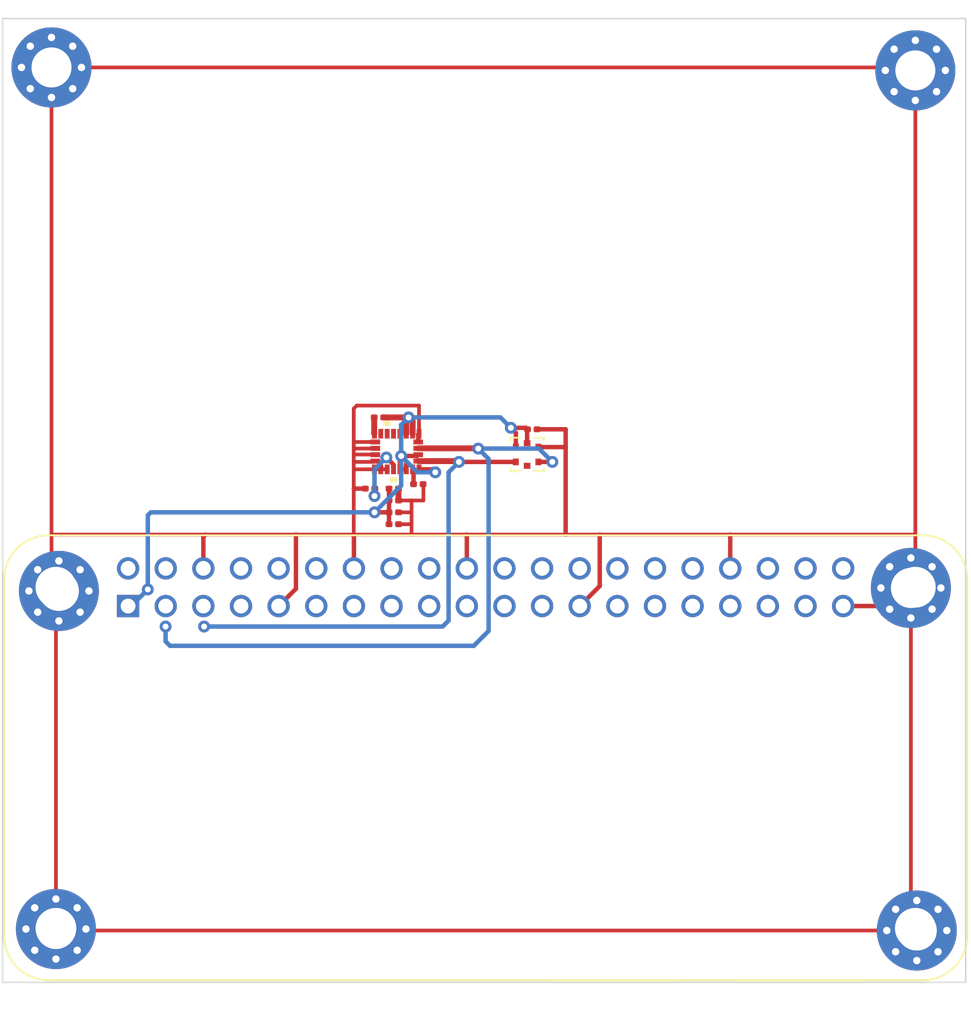
<source format=kicad_pcb>
(kicad_pcb (version 20211014) (generator pcbnew)
  (layers (0 "F.Cu" signal) (31 "B.Cu" signal) (34 "B.Paste" user) (35 "F.Paste" user) (36 "B.SilkS" user "B.Silkscreen") (37 "F.SilkS" user "F.Silkscreen") (38 "B.Mask" user) (39 "F.Mask" user) (44 "Edge.Cuts" user))
  (net 0 "")
  (net 1 "+3V3")
  (net 3 "SDA")
  (net 5 "SCL")
  (net 34 "Net-(C1-Pad1)")
  (net 35 "Net-(C2-Pad1)")
  (net 36 "GND")
  (net 37 "Net-(R1-Pad2)")
  (footprint "MountingHole:MountingHole_2.7mm_M2.5_Pad_Via" (layer "F.Cu") (at 108.1 129.4)
    (fp_text reference "H3")
    (fp_text value "1")
    (pad "1" thru_hole circle (at -1.431891 -1.431891) (size 0.8 0.8) (drill 0.5) (layers *.Cu *.Mask) (net 36 "GND"))
    (pad "1" thru_hole circle (at -2.025 0) (size 0.8 0.8) (drill 0.5) (layers *.Cu *.Mask) (net 36 "GND"))
    (pad "1" thru_hole circle (at 0 0) (size 5.4 5.4) (drill 2.7) (layers *.Cu *.Mask) (net 36 "GND"))
    (pad "1" thru_hole circle (at 2.025 0) (size 0.8 0.8) (drill 0.5) (layers *.Cu *.Mask) (net 36 "GND"))
    (pad "1" thru_hole circle (at 0 -2.025) (size 0.8 0.8) (drill 0.5) (layers *.Cu *.Mask) (net 36 "GND"))
    (pad "1" thru_hole circle (at 1.431891 -1.431891) (size 0.8 0.8) (drill 0.5) (layers *.Cu *.Mask) (net 36 "GND"))
    (pad "1" thru_hole circle (at 1.431891 1.431891) (size 0.8 0.8) (drill 0.5) (layers *.Cu *.Mask) (net 36 "GND"))
    (pad "1" thru_hole circle (at -1.431891 1.431891) (size 0.8 0.8) (drill 0.5) (layers *.Cu *.Mask) (net 36 "GND"))
    (pad "1" thru_hole circle (at 0 2.025) (size 0.8 0.8) (drill 0.5) (layers *.Cu *.Mask) (net 36 "GND"))
  )
  (footprint "OBC:RPiZero" (layer "F.Cu") (at 137.1 106.35)
    (fp_text reference "A1")
    (fp_text value "RPiZero")
    (fp_line (start 4.4 26.5) (end 12.75 26.5) (layer "F.SilkS") (width 0.127))
    (fp_line (start -32.5 -0.5) (end -32.5 23.5) (layer "F.SilkS") (width 0.127))
    (fp_line (start 17 26.5) (end 25.35 26.5) (layer "F.SilkS") (width 0.127))
    (fp_line (start 29.5 -3.5) (end -29.5 -3.5) (layer "F.SilkS") (width 0.127))
    (fp_line (start -29.5 26.5) (end 29.5 26.5) (layer "F.SilkS") (width 0.127))
    (fp_line (start 32.5 23.5) (end 32.5 -0.5) (layer "F.SilkS") (width 0.127))
    (fp_arc (start -29.5 26.5) (mid -31.62132 25.62132) (end -32.5 23.5) (layer "F.SilkS") (width 0.127))
    (fp_arc (start -32.5 -0.5) (mid -31.62132 -2.62132) (end -29.5 -3.5) (layer "F.SilkS") (width 0.127))
    (fp_arc (start 29.5 -3.5) (mid 31.62132 -2.62132) (end 32.5 -0.5) (layer "F.SilkS") (width 0.127))
    (fp_arc (start 32.5 23.5) (mid 31.62132 25.62132) (end 29.5 26.5) (layer "F.SilkS") (width 0.127))
    (pad "" np_thru_hole circle (at 29 23) (size 2.75 2.75) (drill 2.75) (layers *.Cu *.Mask))
    (pad "" np_thru_hole circle (at -29 0) (size 2.75 2.75) (drill 2.75) (layers *.Cu *.Mask))
    (pad "" np_thru_hole circle (at 29 0) (size 2.75 2.75) (drill 2.75) (layers *.Cu *.Mask))
    (pad "" np_thru_hole circle (at -29 23) (size 2.75 2.75) (drill 2.75) (layers *.Cu *.Mask))
    (pad "1" thru_hole rect (at -24.13 1.27) (size 1.508 1.508) (drill 1) (layers *.Cu *.Mask) (net 1 "+3V3"))
    (pad "2" thru_hole circle (at -24.13 -1.27) (size 1.508 1.508) (drill 1) (layers *.Cu *.Mask))
    (pad "3" thru_hole circle (at -21.59 1.27) (size 1.508 1.508) (drill 1) (layers *.Cu *.Mask) (net 3 "SDA"))
    (pad "4" thru_hole circle (at -21.59 -1.27) (size 1.508 1.508) (drill 1) (layers *.Cu *.Mask))
    (pad "5" thru_hole circle (at -19.05 1.27) (size 1.508 1.508) (drill 1) (layers *.Cu *.Mask) (net 5 "SCL"))
    (pad "6" thru_hole circle (at -19.05 -1.27) (size 1.508 1.508) (drill 1) (layers *.Cu *.Mask) (net 36 "GND"))
    (pad "7" thru_hole circle (at -16.51 1.27) (size 1.508 1.508) (drill 1) (layers *.Cu *.Mask))
    (pad "8" thru_hole circle (at -16.51 -1.27) (size 1.508 1.508) (drill 1) (layers *.Cu *.Mask))
    (pad "9" thru_hole circle (at -13.97 1.27) (size 1.508 1.508) (drill 1) (layers *.Cu *.Mask) (net 36 "GND"))
    (pad "10" thru_hole circle (at -13.97 -1.27) (size 1.508 1.508) (drill 1) (layers *.Cu *.Mask))
    (pad "11" thru_hole circle (at -11.43 1.27) (size 1.508 1.508) (drill 1) (layers *.Cu *.Mask))
    (pad "12" thru_hole circle (at -11.43 -1.27) (size 1.508 1.508) (drill 1) (layers *.Cu *.Mask))
    (pad "13" thru_hole circle (at -8.89 1.27) (size 1.508 1.508) (drill 1) (layers *.Cu *.Mask))
    (pad "14" thru_hole circle (at -8.89 -1.27) (size 1.508 1.508) (drill 1) (layers *.Cu *.Mask) (net 36 "GND"))
    (pad "15" thru_hole circle (at -6.35 1.27) (size 1.508 1.508) (drill 1) (layers *.Cu *.Mask))
    (pad "16" thru_hole circle (at -6.35 -1.27) (size 1.508 1.508) (drill 1) (layers *.Cu *.Mask))
    (pad "17" thru_hole circle (at -3.81 1.27) (size 1.508 1.508) (drill 1) (layers *.Cu *.Mask))
    (pad "18" thru_hole circle (at -3.81 -1.27) (size 1.508 1.508) (drill 1) (layers *.Cu *.Mask))
    (pad "19" thru_hole circle (at -1.27 1.27) (size 1.508 1.508) (drill 1) (layers *.Cu *.Mask))
    (pad "20" thru_hole circle (at -1.27 -1.27) (size 1.508 1.508) (drill 1) (layers *.Cu *.Mask) (net 36 "GND"))
    (pad "21" thru_hole circle (at 1.27 1.27) (size 1.508 1.508) (drill 1) (layers *.Cu *.Mask))
    (pad "22" thru_hole circle (at 1.27 -1.27) (size 1.508 1.508) (drill 1) (layers *.Cu *.Mask))
    (pad "23" thru_hole circle (at 3.81 1.27) (size 1.508 1.508) (drill 1) (layers *.Cu *.Mask))
    (pad "24" thru_hole circle (at 3.81 -1.27) (size 1.508 1.508) (drill 1) (layers *.Cu *.Mask))
    (pad "25" thru_hole circle (at 6.35 1.27) (size 1.508 1.508) (drill 1) (layers *.Cu *.Mask) (net 36 "GND"))
    (pad "26" thru_hole circle (at 6.35 -1.27) (size 1.508 1.508) (drill 1) (layers *.Cu *.Mask))
    (pad "27" thru_hole circle (at 8.89 1.27) (size 1.508 1.508) (drill 1) (layers *.Cu *.Mask))
    (pad "28" thru_hole circle (at 8.89 -1.27) (size 1.508 1.508) (drill 1) (layers *.Cu *.Mask))
    (pad "29" thru_hole circle (at 11.43 1.27) (size 1.508 1.508) (drill 1) (layers *.Cu *.Mask))
    (pad "30" thru_hole circle (at 11.43 -1.27) (size 1.508 1.508) (drill 1) (layers *.Cu *.Mask))
    (pad "31" thru_hole circle (at 13.97 1.27) (size 1.508 1.508) (drill 1) (layers *.Cu *.Mask))
    (pad "32" thru_hole circle (at 13.97 -1.27) (size 1.508 1.508) (drill 1) (layers *.Cu *.Mask))
    (pad "33" thru_hole circle (at 16.51 1.27) (size 1.508 1.508) (drill 1) (layers *.Cu *.Mask))
    (pad "34" thru_hole circle (at 16.51 -1.27) (size 1.508 1.508) (drill 1) (layers *.Cu *.Mask) (net 36 "GND"))
    (pad "35" thru_hole circle (at 19.05 1.27) (size 1.508 1.508) (drill 1) (layers *.Cu *.Mask))
    (pad "36" thru_hole circle (at 19.05 -1.27) (size 1.508 1.508) (drill 1) (layers *.Cu *.Mask))
    (pad "37" thru_hole circle (at 21.59 1.27) (size 1.508 1.508) (drill 1) (layers *.Cu *.Mask))
    (pad "38" thru_hole circle (at 21.59 -1.27) (size 1.508 1.508) (drill 1) (layers *.Cu *.Mask))
    (pad "39" thru_hole circle (at 24.13 1.27) (size 1.508 1.508) (drill 1) (layers *.Cu *.Mask) (net 36 "GND"))
    (pad "40" thru_hole circle (at 24.13 -1.27) (size 1.508 1.508) (drill 1) (layers *.Cu *.Mask))
  )
  (footprint "MountingHole:MountingHole_2.7mm_M2.5_Pad_Via" (layer "F.Cu") (at 108.3 106.6)
    (fp_text reference "H5")
    (fp_text value "1")
    (pad "1" thru_hole circle (at 0 -2.025) (size 0.8 0.8) (drill 0.5) (layers *.Cu *.Mask) (net 36 "GND"))
    (pad "1" thru_hole circle (at -1.431891 -1.431891) (size 0.8 0.8) (drill 0.5) (layers *.Cu *.Mask) (net 36 "GND"))
    (pad "1" thru_hole circle (at 1.431891 -1.431891) (size 0.8 0.8) (drill 0.5) (layers *.Cu *.Mask) (net 36 "GND"))
    (pad "1" thru_hole circle (at -2.025 0) (size 0.8 0.8) (drill 0.5) (layers *.Cu *.Mask) (net 36 "GND"))
    (pad "1" thru_hole circle (at 0 0) (size 5.4 5.4) (drill 2.7) (layers *.Cu *.Mask) (net 36 "GND"))
    (pad "1" thru_hole circle (at -1.431891 1.431891) (size 0.8 0.8) (drill 0.5) (layers *.Cu *.Mask) (net 36 "GND"))
    (pad "1" thru_hole circle (at 2.025 0) (size 0.8 0.8) (drill 0.5) (layers *.Cu *.Mask) (net 36 "GND"))
    (pad "1" thru_hole circle (at 0 2.025) (size 0.8 0.8) (drill 0.5) (layers *.Cu *.Mask) (net 36 "GND"))
    (pad "1" thru_hole circle (at 1.431891 1.431891) (size 0.8 0.8) (drill 0.5) (layers *.Cu *.Mask) (net 36 "GND"))
  )
  (footprint "MountingHole:MountingHole_2.7mm_M2.5_Pad_Via" (layer "F.Cu") (at 166.2 129.5)
    (fp_text reference "H4")
    (fp_text value "1")
    (pad "1" thru_hole circle (at 0 0) (size 5.4 5.4) (drill 2.7) (layers *.Cu *.Mask) (net 36 "GND"))
    (pad "1" thru_hole circle (at 1.431891 1.431891) (size 0.8 0.8) (drill 0.5) (layers *.Cu *.Mask) (net 36 "GND"))
    (pad "1" thru_hole circle (at 1.431891 -1.431891) (size 0.8 0.8) (drill 0.5) (layers *.Cu *.Mask) (net 36 "GND"))
    (pad "1" thru_hole circle (at 0 -2.025) (size 0.8 0.8) (drill 0.5) (layers *.Cu *.Mask) (net 36 "GND"))
    (pad "1" thru_hole circle (at -1.431891 1.431891) (size 0.8 0.8) (drill 0.5) (layers *.Cu *.Mask) (net 36 "GND"))
    (pad "1" thru_hole circle (at -2.025 0) (size 0.8 0.8) (drill 0.5) (layers *.Cu *.Mask) (net 36 "GND"))
    (pad "1" thru_hole circle (at 0 2.025) (size 0.8 0.8) (drill 0.5) (layers *.Cu *.Mask) (net 36 "GND"))
    (pad "1" thru_hole circle (at -1.431891 -1.431891) (size 0.8 0.8) (drill 0.5) (layers *.Cu *.Mask) (net 36 "GND"))
    (pad "1" thru_hole circle (at 2.025 0) (size 0.8 0.8) (drill 0.5) (layers *.Cu *.Mask) (net 36 "GND"))
  )
  (footprint "Capacitor_SMD:C_0201_0603Metric" (layer "F.Cu") (at 130.9 99.7)
    (fp_text reference "C3")
    (fp_text value "100n")
    (pad "1" smd roundrect (at -0.32 0) (size 0.46 0.4) (layers "F.Cu" "F.Mask") (net 1 "+3V3"))
    (pad "2" smd roundrect (at 0.32 0) (size 0.46 0.4) (layers "F.Cu" "F.Mask") (net 36 "GND"))
  )
  (footprint "Capacitor_SMD:C_0201_0603Metric" (layer "F.Cu") (at 130.9 101.3)
    (fp_text reference "C5")
    (fp_text value "100n")
    (pad "1" smd roundrect (at -0.32 0) (size 0.46 0.4) (layers "F.Cu" "F.Mask") (net 1 "+3V3"))
    (pad "2" smd roundrect (at 0.32 0) (size 0.46 0.4) (layers "F.Cu" "F.Mask") (net 36 "GND"))
  )
  (footprint "MountingHole:MountingHole_2.7mm_M2.5_Pad_Via" (layer "F.Cu") (at 107.8 71.3)
    (fp_text reference "H1")
    (fp_text value "1")
    (pad "1" thru_hole circle (at 1.431891 -1.431891) (size 0.8 0.8) (drill 0.5) (layers *.Cu *.Mask) (net 36 "GND"))
    (pad "1" thru_hole circle (at -1.431891 -1.431891) (size 0.8 0.8) (drill 0.5) (layers *.Cu *.Mask) (net 36 "GND"))
    (pad "1" thru_hole circle (at -2.025 0) (size 0.8 0.8) (drill 0.5) (layers *.Cu *.Mask) (net 36 "GND"))
    (pad "1" thru_hole circle (at 0 -2.025) (size 0.8 0.8) (drill 0.5) (layers *.Cu *.Mask) (net 36 "GND"))
    (pad "1" thru_hole circle (at -1.431891 1.431891) (size 0.8 0.8) (drill 0.5) (layers *.Cu *.Mask) (net 36 "GND"))
    (pad "1" thru_hole circle (at 1.431891 1.431891) (size 0.8 0.8) (drill 0.5) (layers *.Cu *.Mask) (net 36 "GND"))
    (pad "1" thru_hole circle (at 2.025 0) (size 0.8 0.8) (drill 0.5) (layers *.Cu *.Mask) (net 36 "GND"))
    (pad "1" thru_hole circle (at 0 2.025) (size 0.8 0.8) (drill 0.5) (layers *.Cu *.Mask) (net 36 "GND"))
    (pad "1" thru_hole circle (at 0 0) (size 5.4 5.4) (drill 2.7) (layers *.Cu *.Mask) (net 36 "GND"))
  )
  (footprint "OBC:LSM9DS1TR" (layer "F.Cu") (at 131.1 97.2 180)
    (fp_text reference "U1")
    (fp_text value "LSM9DS1TR")
    (fp_poly (pts (xy 0.4545 1.781) (xy 0.4545 2.035) (xy 0.8355 2.035) (xy 0.8355 1.781)) (layer "F.SilkS") (width 0.1) (fill solid))
    (fp_poly (pts (xy 0.024501 -1.781) (xy 0.024501 -2.035) (xy 0.405501 -2.035) (xy 0.405501 -1.781)) (layer "F.SilkS") (width 0.1) (fill solid))
    (pad "1" smd rect (at -1.505001 -1.2 180) (size 0.3308 0.654) (layers "F.Cu" "F.Paste" "F.Mask") (net 1 "+3V3"))
    (pad "2" smd rect (at -1.450002 -0.645 270) (size 0.3308 0.654) (layers "F.Cu" "F.Paste" "F.Mask") (net 5 "SCL"))
    (pad "3" smd rect (at -1.450002 -0.215001 270) (size 0.3308 0.654) (layers "F.Cu" "F.Paste" "F.Mask") (net 1 "+3V3"))
    (pad "4" smd rect (at -1.450002 0.215001 270) (size 0.3308 0.654) (layers "F.Cu" "F.Paste" "F.Mask") (net 3 "SDA"))
    (pad "5" smd rect (at -1.450002 0.645 270) (size 0.3308 0.654) (layers "F.Cu" "F.Paste" "F.Mask") (net 36 "GND"))
    (pad "6" smd rect (at -1.505001 1.2 180) (size 0.3308 0.654) (layers "F.Cu" "F.Paste" "F.Mask") (net 36 "GND"))
    (pad "7" smd rect (at -1.074999 1.2 180) (size 0.3308 0.654) (layers "F.Cu" "F.Paste" "F.Mask") (net 1 "+3V3"))
    (pad "8" smd rect (at -0.645 1.2 180) (size 0.3308 0.654) (layers "F.Cu" "F.Paste" "F.Mask") (net 1 "+3V3"))
    (pad "9" smd rect (at -0.215001 1.2 180) (size 0.3308 0.654) (layers "F.Cu" "F.Paste" "F.Mask"))
    (pad "10" smd rect (at 0.215001 1.2 180) (size 0.3308 0.654) (layers "F.Cu" "F.Paste" "F.Mask"))
    (pad "11" smd rect (at 0.645 1.2 180) (size 0.3308 0.654) (layers "F.Cu" "F.Paste" "F.Mask"))
    (pad "12" smd rect (at 1.074999 1.2 180) (size 0.3308 0.654) (layers "F.Cu" "F.Paste" "F.Mask"))
    (pad "13" smd rect (at 1.505001 1.2 180) (size 0.3308 0.654) (layers "F.Cu" "F.Paste" "F.Mask") (net 37 "Net-(R1-Pad2)"))
    (pad "14" smd rect (at 1.450002 0.645 270) (size 0.3308 0.654) (layers "F.Cu" "F.Paste" "F.Mask") (net 36 "GND"))
    (pad "15" smd rect (at 1.450002 0.215001 270) (size 0.3308 0.654) (layers "F.Cu" "F.Paste" "F.Mask") (net 36 "GND"))
    (pad "16" smd rect (at 1.450002 -0.215001 270) (size 0.3308 0.654) (layers "F.Cu" "F.Paste" "F.Mask") (net 36 "GND"))
    (pad "17" smd rect (at 1.450002 -0.645 270) (size 0.3308 0.654) (layers "F.Cu" "F.Paste" "F.Mask") (net 36 "GND"))
    (pad "18" smd rect (at 1.505001 -1.2 180) (size 0.3308 0.654) (layers "F.Cu" "F.Paste" "F.Mask") (net 36 "GND"))
    (pad "19" smd rect (at 1.074999 -1.2 180) (size 0.3308 0.654) (layers "F.Cu" "F.Paste" "F.Mask") (net 36 "GND"))
    (pad "20" smd rect (at 0.645 -1.2 180) (size 0.3308 0.654) (layers "F.Cu" "F.Paste" "F.Mask") (net 36 "GND"))
    (pad "21" smd rect (at 0.215001 -1.2 180) (size 0.3308 0.654) (layers "F.Cu" "F.Paste" "F.Mask") (net 35 "Net-(C2-Pad1)"))
    (pad "22" smd rect (at -0.215001 -1.2 180) (size 0.3308 0.654) (layers "F.Cu" "F.Paste" "F.Mask") (net 1 "+3V3"))
    (pad "23" smd rect (at -0.645 -1.2 180) (size 0.3308 0.654) (layers "F.Cu" "F.Paste" "F.Mask") (net 1 "+3V3"))
    (pad "24" smd rect (at -1.074999 -1.2 180) (size 0.3308 0.654) (layers "F.Cu" "F.Paste" "F.Mask") (net 34 "Net-(C1-Pad1)"))
  )
  (footprint "MountingHole:MountingHole_2.7mm_M2.5_Pad_Via" (layer "F.Cu") (at 165.8 106.4)
    (fp_text reference "H6")
    (fp_text value "1")
    (pad "1" thru_hole circle (at -2.025 0) (size 0.8 0.8) (drill 0.5) (layers *.Cu *.Mask) (net 36 "GND"))
    (pad "1" thru_hole circle (at -1.431891 -1.431891) (size 0.8 0.8) (drill 0.5) (layers *.Cu *.Mask) (net 36 "GND"))
    (pad "1" thru_hole circle (at 0 -2.025) (size 0.8 0.8) (drill 0.5) (layers *.Cu *.Mask) (net 36 "GND"))
    (pad "1" thru_hole circle (at 2.025 0) (size 0.8 0.8) (drill 0.5) (layers *.Cu *.Mask) (net 36 "GND"))
    (pad "1" thru_hole circle (at 1.431891 1.431891) (size 0.8 0.8) (drill 0.5) (layers *.Cu *.Mask) (net 36 "GND"))
    (pad "1" thru_hole circle (at 1.431891 -1.431891) (size 0.8 0.8) (drill 0.5) (layers *.Cu *.Mask) (net 36 "GND"))
    (pad "1" thru_hole circle (at -1.431891 1.431891) (size 0.8 0.8) (drill 0.5) (layers *.Cu *.Mask) (net 36 "GND"))
    (pad "1" thru_hole circle (at 0 2.025) (size 0.8 0.8) (drill 0.5) (layers *.Cu *.Mask) (net 36 "GND"))
    (pad "1" thru_hole circle (at 0 0) (size 5.4 5.4) (drill 2.7) (layers *.Cu *.Mask) (net 36 "GND"))
  )
  (footprint "Capacitor_SMD:C_0201_0603Metric" (layer "F.Cu") (at 140.245 95.7)
    (fp_text reference "C7")
    (fp_text value "100n")
    (pad "1" smd roundrect (at -0.32 0) (size 0.46 0.4) (layers "F.Cu" "F.Mask") (net 1 "+3V3"))
    (pad "2" smd roundrect (at 0.32 0) (size 0.46 0.4) (layers "F.Cu" "F.Mask") (net 36 "GND"))
  )
  (footprint "Capacitor_SMD:C_0201_0603Metric" (layer "F.Cu") (at 129.3 99.7 180)
    (fp_text reference "C2")
    (fp_text value "10n")
    (pad "1" smd roundrect (at -0.32 0 180) (size 0.46 0.4) (layers "F.Cu" "F.Mask") (net 35 "Net-(C2-Pad1)"))
    (pad "2" smd roundrect (at 0.32 0 180) (size 0.46 0.4) (layers "F.Cu" "F.Mask") (net 36 "GND"))
  )
  (footprint "MountingHole:MountingHole_2.7mm_M2.5_Pad_Via" (layer "F.Cu") (at 166.1 71.5)
    (fp_text reference "H2")
    (fp_text value "1")
    (pad "1" thru_hole circle (at 2.025 0) (size 0.8 0.8) (drill 0.5) (layers *.Cu *.Mask) (net 36 "GND"))
    (pad "1" thru_hole circle (at 1.431891 1.431891) (size 0.8 0.8) (drill 0.5) (layers *.Cu *.Mask) (net 36 "GND"))
    (pad "1" thru_hole circle (at -2.025 0) (size 0.8 0.8) (drill 0.5) (layers *.Cu *.Mask) (net 36 "GND"))
    (pad "1" thru_hole circle (at 0 -2.025) (size 0.8 0.8) (drill 0.5) (layers *.Cu *.Mask) (net 36 "GND"))
    (pad "1" thru_hole circle (at 0 0) (size 5.4 5.4) (drill 2.7) (layers *.Cu *.Mask) (net 36 "GND"))
    (pad "1" thru_hole circle (at -1.431891 1.431891) (size 0.8 0.8) (drill 0.5) (layers *.Cu *.Mask) (net 36 "GND"))
    (pad "1" thru_hole circle (at 1.431891 -1.431891) (size 0.8 0.8) (drill 0.5) (layers *.Cu *.Mask) (net 36 "GND"))
    (pad "1" thru_hole circle (at -1.431891 -1.431891) (size 0.8 0.8) (drill 0.5) (layers *.Cu *.Mask) (net 36 "GND"))
    (pad "1" thru_hole circle (at 0 2.025) (size 0.8 0.8) (drill 0.5) (layers *.Cu *.Mask) (net 36 "GND"))
  )
  (footprint "Capacitor_SMD:C_0201_0603Metric" (layer "F.Cu") (at 132.555 99.4)
    (fp_text reference "C1")
    (fp_text value "100n")
    (pad "1" smd roundrect (at -0.32 0) (size 0.46 0.4) (layers "F.Cu" "F.Mask") (net 34 "Net-(C1-Pad1)"))
    (pad "2" smd roundrect (at 0.32 0) (size 0.46 0.4) (layers "F.Cu" "F.Mask") (net 36 "GND"))
  )
  (footprint "OBC:HTS221TR" (layer "F.Cu") (at 139.9 97.4)
    (fp_text reference "U2")
    (fp_text value "HTS221TR")
    (fp_line (start -1.1303 1.1303) (end -0.430986 1.1303) (layer "F.SilkS") (width 0.12))
    (fp_line (start -1.1303 -1.1303) (end -1.1303 -0.930985) (layer "F.SilkS") (width 0.12))
    (fp_line (start -1.1303 0.930985) (end -1.1303 1.1303) (layer "F.SilkS") (width 0.12))
    (fp_line (start 1.1303 -0.930985) (end 1.1303 -1.1303) (layer "F.SilkS") (width 0.12))
    (fp_line (start 1.1303 -1.1303) (end 0.430986 -1.1303) (layer "F.SilkS") (width 0.12))
    (fp_line (start -0.430986 -1.1303) (end -1.1303 -1.1303) (layer "F.SilkS") (width 0.12))
    (fp_line (start 1.1303 1.1303) (end 1.1303 0.930985) (layer "F.SilkS") (width 0.12))
    (fp_line (start 0.430986 1.1303) (end 1.1303 1.1303) (layer "F.SilkS") (width 0.12))
    (pad "1" smd rect (at -0.762 -0.499999 90) (size 0.451612 0.401574) (layers "F.Cu" "F.Paste" "F.Mask") (net 1 "+3V3"))
    (pad "2" smd rect (at -0.762 0.499999 90) (size 0.451612 0.401574) (layers "F.Cu" "F.Paste" "F.Mask") (net 5 "SCL"))
    (pad "3" smd rect (at 0 0.762) (size 0.451612 0.401574) (layers "F.Cu" "F.Paste" "F.Mask"))
    (pad "4" smd rect (at 0.762 0.499999 90) (size 0.451612 0.401574) (layers "F.Cu" "F.Paste" "F.Mask") (net 3 "SDA"))
    (pad "5" smd rect (at 0.762 -0.499999 90) (size 0.451612 0.401574) (layers "F.Cu" "F.Paste" "F.Mask") (net 36 "GND"))
    (pad "6" smd rect (at 0 -0.762) (size 0.451612 0.401574) (layers "F.Cu" "F.Paste" "F.Mask") (net 1 "+3V3"))
  )
  (footprint "Capacitor_SMD:C_0201_0603Metric" (layer "F.Cu") (at 130.9 100.5)
    (fp_text reference "C4")
    (fp_text value "100n")
    (pad "1" smd roundrect (at -0.32 0) (size 0.46 0.4) (layers "F.Cu" "F.Mask") (net 1 "+3V3"))
    (pad "2" smd roundrect (at 0.32 0) (size 0.46 0.4) (layers "F.Cu" "F.Mask") (net 36 "GND"))
  )
  (footprint "Capacitor_SMD:C_0201_0603Metric" (layer "F.Cu") (at 130.9 102.1)
    (fp_text reference "C6")
    (fp_text value "10n")
    (pad "1" smd roundrect (at -0.32 0) (size 0.46 0.4) (layers "F.Cu" "F.Mask") (net 1 "+3V3"))
    (pad "2" smd roundrect (at 0.32 0) (size 0.46 0.4) (layers "F.Cu" "F.Mask") (net 36 "GND"))
  )
  (footprint "Resistor_SMD:R_0201_0603Metric" (layer "F.Cu") (at 129.9 94.9 180)
    (fp_text reference "R1")
    (fp_text value "100k")
    (pad "1" smd roundrect (at -0.32 0 180) (size 0.46 0.4) (layers "F.Cu" "F.Mask") (net 1 "+3V3"))
    (pad "2" smd roundrect (at 0.32 0 180) (size 0.46 0.4) (layers "F.Cu" "F.Mask") (net 37 "Net-(R1-Pad2)"))
  )
  (gr_rect (start 104.5 68) (end 169.5 133) (layer "Edge.Cuts") (width 0.1) (fill none))
  (segment (start 132.465003 97.5) (end 132.550002 97.415001) (width 0.3) (layer "F.Cu") (net 1))
  (segment (start 131.745 95.055) (end 131.9 94.9) (width 0.4) (layer "F.Cu") (net 1))
  (segment (start 139.825 95.6) (end 139.925 95.7) (width 0.3) (layer "F.Cu") (net 1))
  (segment (start 132.174999 96) (end 132.174999 95.174999) (width 0.4) (layer "F.Cu") (net 1))
  (segment (start 131.745 96) (end 131.745 95.055) (width 0.4) (layer "F.Cu") (net 1))
  (segment (start 131.4 97.5) (end 132.465003 97.5) (width 0.3) (layer "F.Cu") (net 1))
  (segment (start 139.9 95.725) (end 139.925 95.7) (width 0.3) (layer "F.Cu") (net 1))
  (segment (start 130.22 94.9) (end 131.9 94.9) (width 0.4) (layer "F.Cu") (net 1))
  (segment (start 132.605001 98.4) (end 133.5 98.4) (width 0.3) (layer "F.Cu") (net 1))
  (segment (start 131.315001 98.4) (end 131.315001 97.584999) (width 0.3) (layer "F.Cu") (net 1))
  (segment (start 130.58 100.5) (end 130.58 99.7) (width 0.3) (layer "F.Cu") (net 1))
  (segment (start 133.5 98.4) (end 133.7 98.6) (width 0.3) (layer "F.Cu") (net 1))
  (segment (start 130.58 101.3) (end 130.58 100.5) (width 0.3) (layer "F.Cu") (net 1))
  (segment (start 131.315001 97.584999) (end 131.4 97.5) (width 0.3) (layer "F.Cu") (net 1))
  (segment (start 131.745 97.845) (end 131.4 97.5) (width 0.3) (layer "F.Cu") (net 1))
  (segment (start 132.174999 95.174999) (end 131.9 94.9) (width 0.4) (layer "F.Cu") (net 1))
  (segment (start 130.58 102.1) (end 130.58 101.3) (width 0.3) (layer "F.Cu") (net 1))
  (segment (start 139.138 95.938) (end 138.8 95.6) (width 0.3) (layer "F.Cu") (net 1))
  (segment (start 139.9 96.638) (end 139.9 95.725) (width 0.3) (layer "F.Cu") (net 1))
  (segment (start 131.745 98.4) (end 131.745 97.845) (width 0.3) (layer "F.Cu") (net 1))
  (segment (start 139.138 96.900001) (end 139.138 95.938) (width 0.3) (layer "F.Cu") (net 1))
  (segment (start 138.8 95.6) (end 139.825 95.6) (width 0.3) (layer "F.Cu") (net 1))
  (segment (start 131.315001 98.4) (end 131.745 98.4) (width 0.3) (layer "F.Cu") (net 1))
  (segment (start 129.6 101.3) (end 130.58 101.3) (width 0.3) (layer "F.Cu") (net 1))
  (via (at 131.9 94.9) (size 0.8) (drill 0.4) (layers "F.Cu" "B.Cu") (net 1))
  (via (at 133.7 98.6) (size 0.8) (drill 0.4) (layers "F.Cu" "B.Cu") (net 1))
  (via (at 131.4 97.5) (size 0.8) (drill 0.4) (layers "F.Cu" "B.Cu") (net 1))
  (via (at 114.3 106.5) (size 0.8) (drill 0.4) (layers "F.Cu" "B.Cu") (net 1))
  (via (at 138.8 95.6) (size 0.8) (drill 0.4) (layers "F.Cu" "B.Cu") (net 1))
  (via (at 129.6 101.3) (size 0.8) (drill 0.4) (layers "F.Cu" "B.Cu") (net 1))
  (segment (start 114.5 101.3) (end 129.6 101.3) (width 0.3) (layer "B.Cu") (net 1))
  (segment (start 112.97 107.62) (end 113.18 107.62) (width 0.3) (layer "B.Cu") (net 1))
  (segment (start 114.3 106.5) (end 114.3 101.5) (width 0.3) (layer "B.Cu") (net 1))
  (segment (start 131.9 94.9) (end 138.1 94.9) (width 0.3) (layer "B.Cu") (net 1))
  (segment (start 129.6 101.3) (end 131.4 99.5) (width 0.3) (layer "B.Cu") (net 1))
  (segment (start 132.5 98.6) (end 133.7 98.6) (width 0.3) (layer "B.Cu") (net 1))
  (segment (start 131.4 95.4) (end 131.9 94.9) (width 0.3) (layer "B.Cu") (net 1))
  (segment (start 113.18 107.62) (end 114.3 106.5) (width 0.3) (layer "B.Cu") (net 1))
  (segment (start 131.4 99.5) (end 131.4 97.5) (width 0.3) (layer "B.Cu") (net 1))
  (segment (start 131.4 97.5) (end 132.5 98.6) (width 0.3) (layer "B.Cu") (net 1))
  (segment (start 114.3 101.5) (end 114.5 101.3) (width 0.3) (layer "B.Cu") (net 1))
  (segment (start 131.4 97.5) (end 131.4 95.4) (width 0.3) (layer "B.Cu") (net 1))
  (segment (start 138.1 94.9) (end 138.8 95.6) (width 0.3) (layer "B.Cu") (net 1))
  (segment (start 136.584999 96.984999) (end 136.6 97) (width 0.4) (layer "F.Cu") (net 3))
  (segment (start 140.662 97.899999) (end 141.6 97.9) (width 0.3) (layer "F.Cu") (net 3))
  (segment (start 132.550002 96.984999) (end 136.584999 96.984999) (width 0.4) (layer "F.Cu") (net 3))
  (via (at 141.6 97.9) (size 0.8) (drill 0.4) (layers "F.Cu" "B.Cu") (net 3))
  (via (at 115.5 109) (size 0.8) (drill 0.4) (layers "F.Cu" "B.Cu") (net 3))
  (via (at 136.6 97) (size 0.8) (drill 0.4) (layers "F.Cu" "B.Cu") (net 3))
  (segment (start 137.3 97.7) (end 136.6 97) (width 0.3) (layer "B.Cu") (net 3))
  (segment (start 115.5 109) (end 115.5 110) (width 0.3) (layer "B.Cu") (net 3))
  (segment (start 136.3 110.3) (end 137.3 109.3) (width 0.3) (layer "B.Cu") (net 3))
  (segment (start 137.3 109.3) (end 137.3 97.7) (width 0.3) (layer "B.Cu") (net 3))
  (segment (start 140.7 97) (end 141.6 97.9) (width 0.3) (layer "B.Cu") (net 3))
  (segment (start 136.6 97) (end 140.7 97) (width 0.3) (layer "B.Cu") (net 3))
  (segment (start 115.8 110.3) (end 136.3 110.3) (width 0.3) (layer "B.Cu") (net 3))
  (segment (start 115.5 110) (end 115.8 110.3) (width 0.3) (layer "B.Cu") (net 3))
  (segment (start 132.550002 97.845) (end 135.245 97.845) (width 0.4) (layer "F.Cu") (net 5))
  (segment (start 135.245 97.845) (end 135.3 97.9) (width 0.4) (layer "F.Cu") (net 5))
  (segment (start 135.3 97.9) (end 139.138 97.899999) (width 0.3) (layer "F.Cu") (net 5))
  (via (at 118.1 109) (size 0.8) (drill 0.4) (layers "F.Cu" "B.Cu") (net 5))
  (via (at 135.3 97.9) (size 0.8) (drill 0.4) (layers "F.Cu" "B.Cu") (net 5))
  (segment (start 134.6 98.6) (end 135.3 97.9) (width 0.3) (layer "B.Cu") (net 5))
  (segment (start 118.1 109) (end 134.2 109) (width 0.3) (layer "B.Cu") (net 5))
  (segment (start 134.6 108.6) (end 134.6 98.6) (width 0.3) (layer "B.Cu") (net 5))
  (segment (start 134.2 109) (end 134.6 108.6) (width 0.3) (layer "B.Cu") (net 5))
  (segment (start 132.235 98.460001) (end 132.174999 98.4) (width 0.3) (layer "F.Cu") (net 34))
  (segment (start 132.235 99.4) (end 132.235 98.460001) (width 0.3) (layer "F.Cu") (net 34))
  (segment (start 130.4 97.6) (end 130.884999 98.084999) (width 0.3) (layer "F.Cu") (net 35))
  (segment (start 129.6 100.2) (end 129.6 99.72) (width 0.3) (layer "F.Cu") (net 35))
  (segment (start 129.6 99.72) (end 129.62 99.7) (width 0.3) (layer "F.Cu") (net 35))
  (segment (start 130.884999 98.084999) (end 130.884999 98.4) (width 0.3) (layer "F.Cu") (net 35))
  (via (at 130.4 97.6) (size 0.8) (drill 0.4) (layers "F.Cu" "B.Cu") (net 35))
  (via (at 129.6 100.2) (size 0.8) (drill 0.4) (layers "F.Cu" "B.Cu") (net 35))
  (segment (start 129.6 100.2) (end 129.6 98.4) (width 0.3) (layer "B.Cu") (net 35))
  (segment (start 129.6 98.4) (end 130.4 97.6) (width 0.3) (layer "B.Cu") (net 35))
  (segment (start 144.8 106.27) (end 144.8 102.8) (width 0.3) (layer "F.Cu") (net 36))
  (segment (start 132.550002 96.054999) (end 132.605001 96) (width 0.3) (layer "F.Cu") (net 36))
  (segment (start 128.2 97.4) (end 129.634997 97.4) (width 0.25) (layer "F.Cu") (net 36))
  (segment (start 128.2 99.7) (end 128.2 98.4) (width 0.25) (layer "F.Cu") (net 36))
  (segment (start 130.025001 98.4) (end 130.455 98.4) (width 0.25) (layer "F.Cu") (net 36))
  (segment (start 128.2 102.8) (end 132.1 102.8) (width 0.25) (layer "F.Cu") (net 36))
  (segment (start 153.61 102.81) (end 153.6 102.8) (width 0.3) (layer "F.Cu") (net 36))
  (segment (start 108.3 106.6) (end 108.3 104.2) (width 0.25) (layer "F.Cu") (net 36))
  (segment (start 164.58 107.62) (end 165.8 106.4) (width 0.3) (layer "F.Cu") (net 36))
  (segment (start 128.21 102.81) (end 128.2 102.8) (width 0.3) (layer "F.Cu") (net 36))
  (segment (start 166.2 129.5) (end 108.2 129.5) (width 0.25) (layer "F.Cu") (net 36))
  (segment (start 131.22 99.7) (end 131.22 100.5) (width 0.4) (layer "F.Cu") (net 36))
  (segment (start 129.594999 98.4) (end 130.025001 98.4) (width 0.25) (layer "F.Cu") (net 36))
  (segment (start 123.13 107.62) (end 124.3 106.45) (width 0.3) (layer "F.Cu") (net 36))
  (segment (start 128.2 97.9) (end 128.2 97.4) (width 0.25) (layer "F.Cu") (net 36))
  (segment (start 140.565 95.7) (end 142.5 95.7) (width 0.3) (layer "F.Cu") (net 36))
  (segment (start 107.8 71.3) (end 165.9 71.3) (width 0.25) (layer "F.Cu") (net 36))
  (segment (start 165.9 71.3) (end 166.1 71.5) (width 0.25) (layer "F.Cu") (net 36))
  (segment (start 129.634997 97.4) (end 129.649998 97.415001) (width 0.25) (layer "F.Cu") (net 36))
  (segment (start 166.1 106.1) (end 165.8 106.4) (width 0.25) (layer "F.Cu") (net 36))
  (segment (start 108.2 129.5) (end 108.1 129.4) (width 0.25) (layer "F.Cu") (net 36))
  (segment (start 108.1 129.4) (end 108.1 106.8) (width 0.25) (layer "F.Cu") (net 36))
  (segment (start 132.1 100.5) (end 131.22 100.5) (width 0.25) (layer "F.Cu") (net 36))
  (segment (start 132.605001 94.105001) (end 132.605001 96) (width 0.25) (layer "F.Cu") (net 36))
  (segment (start 128.4 94.1) (end 132.6 94.1) (width 0.25) (layer "F.Cu") (net 36))
  (segment (start 108.1 106.8) (end 108.3 106.6) (width 0.25) (layer "F.Cu") (net 36))
  (segment (start 142.5 96.9) (end 142.5 102.8) (width 0.3) (layer "F.Cu") (net 36))
  (segment (start 128.2 96.6) (end 128.245 96.555) (width 0.25) (layer "F.Cu") (net 36))
  (segment (start 132.6 94.1) (end 132.605001 94.105001) (width 0.25) (layer "F.Cu") (net 36))
  (segment (start 128.2 96.6) (end 128.2 94.3) (width 0.25) (layer "F.Cu") (net 36))
  (segment (start 107.8 106.1) (end 107.8 102.8) (width 0.25) (layer "F.Cu") (net 36))
  (segment (start 143.45 107.62) (end 144.8 106.27) (width 0.3) (layer "F.Cu") (net 36))
  (segment (start 129.634997 97) (end 129.649998 96.984999) (width 0.25) (layer "F.Cu") (net 36))
  (segment (start 108.3 106.6) (end 107.8 106.1) (width 0.25) (layer "F.Cu") (net 36))
  (segment (start 128.245 96.555) (end 129.649998 96.555) (width 0.25) (layer "F.Cu") (net 36))
  (segment (start 128.2 94.3) (end 128.4 94.1) (width 0.25) (layer "F.Cu") (net 36))
  (segment (start 142.5 95.7) (end 142.5 96.9) (width 0.3) (layer "F.Cu") (net 36))
  (segment (start 166.1 102.8) (end 166.1 106.1) (width 0.25) (layer "F.Cu") (net 36))
  (segment (start 128.98 99.7) (end 128.2 99.7) (width 0.3) (layer "F.Cu") (net 36))
  (segment (start 166.1 71.5) (end 166.1 102.8) (width 0.25) (layer "F.Cu") (net 36))
  (segment (start 118.05 102.95) (end 118.2 102.8) (width 0.3) (layer "F.Cu") (net 36))
  (segment (start 132.550002 96.555) (end 132.550002 96.054999) (width 0.3) (layer "F.Cu") (net 36))
  (segment (start 128.21 105.08) (end 128.21 102.81) (width 0.3) (layer "F.Cu") (net 36))
  (segment (start 107.8 102.8) (end 118.2 102.8) (width 0.25) (layer "F.Cu") (net 36))
  (segment (start 128.2 97) (end 129.634997 97) (width 0.25) (layer "F.Cu") (net 36))
  (segment (start 118.2 102.8) (end 124.3 102.8) (width 0.25) (layer "F.Cu") (net 36))
  (segment (start 128.2 98.4) (end 128.2 97.9) (width 0.25) (layer "F.Cu") (net 36))
  (segment (start 132.1 100.5) (end 132.9 100.5) (width 0.25) (layer "F.Cu") (net 36))
  (segment (start 128.2 97.9) (end 129.594998 97.9) (width 0.25) (layer "F.Cu") (net 36))
  (segment (start 165.8 129.1) (end 166.2 129.5) (width 0.25) (layer "F.Cu") (net 36))
  (segment (start 135.8 102.8) (end 142.5 102.8) (width 0.25) (layer "F.Cu") (net 36))
  (segment (start 153.6 102.8) (end 166.1 102.8) (width 0.25) (layer "F.Cu") (net 36))
  (segment (start 132.1 101.3) (end 131.22 101.3) (width 0.25) (layer "F.Cu") (net 36))
  (segment (start 128.2 98.4) (end 129.594999 98.4) (width 0.25) (layer "F.Cu") (net 36))
  (segment (start 132.1 101.3) (end 132.1 100.5) (width 0.25) (layer "F.Cu") (net 36))
  (segment (start 107.8 102.8) (end 107.8 71.3) (width 0.25) (layer "F.Cu") (net 36))
  (segment (start 132.9 100.5) (end 132.9 99.425) (width 0.25) (layer "F.Cu") (net 36))
  (segment (start 132.9 99.425) (end 132.875 99.4) (width 0.25) (layer "F.Cu") (net 36))
  (segment (start 132.1 102.8) (end 132.1 102.1) (width 0.25) (layer "F.Cu") (net 36))
  (segment (start 128.2 102.8) (end 128.2 99.7) (width 0.25) (layer "F.Cu") (net 36))
  (segment (start 118.05 105.08) (end 118.05 102.95) (width 0.3) (layer "F.Cu") (net 36))
  (segment (start 140.662 96.900001) (end 142.5 96.9) (width 0.3) (layer "F.Cu") (net 36))
  (segment (start 161.23 107.62) (end 164.58 107.62) (width 0.3) (layer "F.Cu") (net 36))
  (segment (start 165.8 106.4) (end 165.8 129.1) (width 0.25) (layer "F.Cu") (net 36))
  (segment (start 128.2 97.4) (end 128.2 97) (width 0.25) (layer "F.Cu") (net 36))
  (segment (start 128.2 97) (end 128.2 96.6) (width 0.25) (layer "F.Cu") (net 36))
  (segment (start 124.3 106.45) (end 124.3 102.8) (width 0.3) (layer "F.Cu") (net 36))
  (segment (start 144.8 102.8) (end 153.6 102.8) (width 0.25) (layer "F.Cu") (net 36))
  (segment (start 135.83 105.08) (end 135.83 102.83) (width 0.3) (layer "F.Cu") (net 36))
  (segment (start 153.61 105.08) (end 153.61 102.81) (width 0.3) (layer "F.Cu") (net 36))
  (segment (start 135.83 102.83) (end 135.8 102.8) (width 0.3) (layer "F.Cu") (net 36))
  (segment (start 124.3 102.8) (end 128.2 102.8) (width 0.25) (layer "F.Cu") (net 36))
  (segment (start 132.1 102.1) (end 132.1 101.3) (width 0.25) (layer "F.Cu") (net 36))
  (segment (start 132.1 102.8) (end 135.8 102.8) (width 0.25) (layer "F.Cu") (net 36))
  (segment (start 132.1 102.1) (end 131.22 102.1) (width 0.25) (layer "F.Cu") (net 36))
  (segment (start 142.5 102.8) (end 144.8 102.8) (width 0.25) (layer "F.Cu") (net 36))
  (segment (start 129.594998 97.9) (end 129.649998 97.845) (width 0.25) (layer "F.Cu") (net 36))
  (segment (start 129.58 94.9) (end 129.58 95.985001) (width 0.4) (layer "F.Cu") (net 37))
  (segment (start 129.58 95.985001) (end 129.594999 96) (width 0.4) (layer "F.Cu") (net 37))
)
</source>
